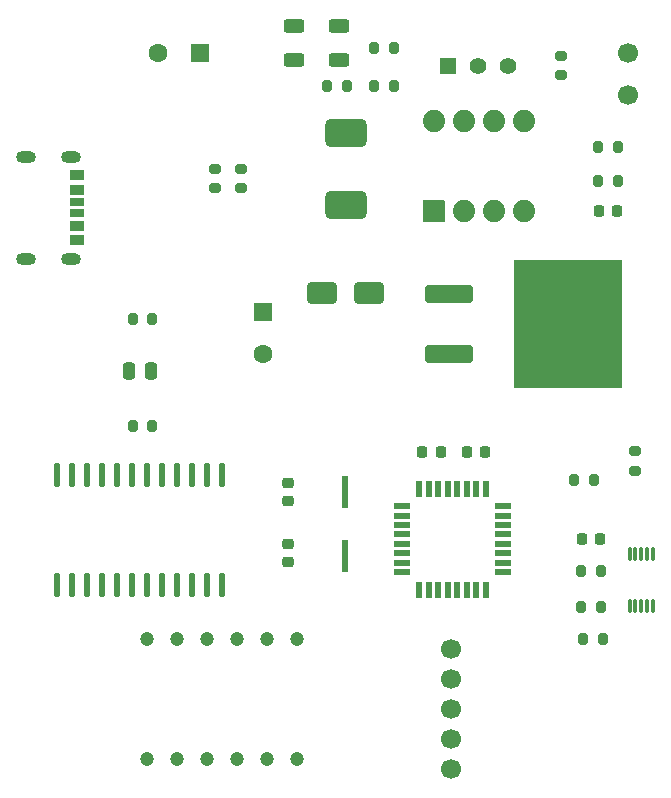
<source format=gbr>
G04 #@! TF.GenerationSoftware,KiCad,Pcbnew,9.0.4*
G04 #@! TF.CreationDate,2025-09-25T11:49:33+08:00*
G04 #@! TF.ProjectId,boost-convertor,626f6f73-742d-4636-9f6e-766572746f72,rev?*
G04 #@! TF.SameCoordinates,Original*
G04 #@! TF.FileFunction,Soldermask,Top*
G04 #@! TF.FilePolarity,Negative*
%FSLAX46Y46*%
G04 Gerber Fmt 4.6, Leading zero omitted, Abs format (unit mm)*
G04 Created by KiCad (PCBNEW 9.0.4) date 2025-09-25 11:49:33*
%MOMM*%
%LPD*%
G01*
G04 APERTURE LIST*
G04 Aperture macros list*
%AMRoundRect*
0 Rectangle with rounded corners*
0 $1 Rounding radius*
0 $2 $3 $4 $5 $6 $7 $8 $9 X,Y pos of 4 corners*
0 Add a 4 corners polygon primitive as box body*
4,1,4,$2,$3,$4,$5,$6,$7,$8,$9,$2,$3,0*
0 Add four circle primitives for the rounded corners*
1,1,$1+$1,$2,$3*
1,1,$1+$1,$4,$5*
1,1,$1+$1,$6,$7*
1,1,$1+$1,$8,$9*
0 Add four rect primitives between the rounded corners*
20,1,$1+$1,$2,$3,$4,$5,0*
20,1,$1+$1,$4,$5,$6,$7,0*
20,1,$1+$1,$6,$7,$8,$9,0*
20,1,$1+$1,$8,$9,$2,$3,0*%
G04 Aperture macros list end*
%ADD10RoundRect,0.250000X-0.625000X0.312500X-0.625000X-0.312500X0.625000X-0.312500X0.625000X0.312500X0*%
%ADD11R,0.507200X1.416799*%
%ADD12R,1.416799X0.507200*%
%ADD13C,1.700000*%
%ADD14RoundRect,0.200000X0.200000X0.275000X-0.200000X0.275000X-0.200000X-0.275000X0.200000X-0.275000X0*%
%ADD15RoundRect,0.225000X-0.250000X0.225000X-0.250000X-0.225000X0.250000X-0.225000X0.250000X0.225000X0*%
%ADD16RoundRect,0.102000X0.838200X-0.838200X0.838200X0.838200X-0.838200X0.838200X-0.838200X-0.838200X0*%
%ADD17C,1.880400*%
%ADD18RoundRect,0.225000X-0.225000X-0.250000X0.225000X-0.250000X0.225000X0.250000X-0.225000X0.250000X0*%
%ADD19RoundRect,0.102000X-1.890000X0.628500X-1.890000X-0.628500X1.890000X-0.628500X1.890000X0.628500X0*%
%ADD20RoundRect,0.102000X-4.508500X5.334000X-4.508500X-5.334000X4.508500X-5.334000X4.508500X5.334000X0*%
%ADD21RoundRect,0.200000X-0.275000X0.200000X-0.275000X-0.200000X0.275000X-0.200000X0.275000X0.200000X0*%
%ADD22RoundRect,0.200000X-0.200000X-0.275000X0.200000X-0.275000X0.200000X0.275000X-0.200000X0.275000X0*%
%ADD23RoundRect,0.250000X0.250000X0.475000X-0.250000X0.475000X-0.250000X-0.475000X0.250000X-0.475000X0*%
%ADD24RoundRect,0.225000X0.225000X0.250000X-0.225000X0.250000X-0.225000X-0.250000X0.225000X-0.250000X0*%
%ADD25C,1.200000*%
%ADD26O,0.299999X1.350000*%
%ADD27R,1.600000X1.600000*%
%ADD28C,1.600000*%
%ADD29RoundRect,0.137500X0.137500X-0.862500X0.137500X0.862500X-0.137500X0.862500X-0.137500X-0.862500X0*%
%ADD30O,1.700000X1.000000*%
%ADD31R,1.200000X0.720000*%
%ADD32R,1.200000X0.820000*%
%ADD33R,1.200000X0.920000*%
%ADD34RoundRect,0.419642X-1.330358X0.755358X-1.330358X-0.755358X1.330358X-0.755358X1.330358X0.755358X0*%
%ADD35R,0.500000X2.800000*%
%ADD36RoundRect,0.250000X-1.000000X-0.650000X1.000000X-0.650000X1.000000X0.650000X-1.000000X0.650000X0*%
%ADD37RoundRect,0.102000X-0.609000X-0.609000X0.609000X-0.609000X0.609000X0.609000X-0.609000X0.609000X0*%
%ADD38C,1.422000*%
G04 APERTURE END LIST*
D10*
X107575000Y-50137500D03*
X107575000Y-53062500D03*
D11*
X123835598Y-89335599D03*
X123035600Y-89335599D03*
X122235599Y-89335599D03*
X121435598Y-89335599D03*
X120635600Y-89335599D03*
X119835599Y-89335599D03*
X119035600Y-89335599D03*
X118235600Y-89335599D03*
D12*
X116771198Y-90800001D03*
X116771198Y-91599999D03*
X116771198Y-92400000D03*
X116771198Y-93200001D03*
X116771198Y-93999999D03*
X116771198Y-94800000D03*
X116771198Y-95599999D03*
X116771198Y-96399999D03*
D11*
X118235600Y-97864401D03*
X119035598Y-97864401D03*
X119835599Y-97864401D03*
X120635600Y-97864401D03*
X121435598Y-97864401D03*
X122235599Y-97864401D03*
X123035598Y-97864401D03*
X123835598Y-97864401D03*
D12*
X125300000Y-96399999D03*
X125300000Y-95600001D03*
X125300000Y-94800000D03*
X125300000Y-93999999D03*
X125300000Y-93200001D03*
X125300000Y-92400000D03*
X125300000Y-91600001D03*
X125300000Y-90800001D03*
D13*
X135920000Y-52460000D03*
X135920000Y-55960000D03*
D14*
X135025000Y-63250000D03*
X133375000Y-63250000D03*
D15*
X107100000Y-94000000D03*
X107100000Y-95550000D03*
D16*
X119440000Y-65810000D03*
D17*
X121980000Y-65810000D03*
X124520000Y-65810000D03*
X127060000Y-65810000D03*
X127060000Y-58190000D03*
X124520000Y-58190000D03*
X121980000Y-58190000D03*
X119440000Y-58190000D03*
D18*
X118475000Y-86200000D03*
X120025000Y-86200000D03*
D15*
X107100000Y-88825000D03*
X107100000Y-90375000D03*
D10*
X111450000Y-50112500D03*
X111450000Y-53037500D03*
D19*
X120718000Y-72860000D03*
D20*
X130800000Y-75400000D03*
D19*
X120718000Y-77940000D03*
D21*
X103100000Y-62250000D03*
X103100000Y-63900000D03*
D22*
X114425000Y-55250000D03*
X116075000Y-55250000D03*
D23*
X95530000Y-79325000D03*
X93630000Y-79325000D03*
D22*
X114425000Y-52000000D03*
X116075000Y-52000000D03*
D14*
X133600000Y-99325000D03*
X131950000Y-99325000D03*
D24*
X123775000Y-86200000D03*
X122225000Y-86200000D03*
D22*
X133375000Y-60400000D03*
X135025000Y-60400000D03*
D14*
X133600000Y-96325000D03*
X131950000Y-96325000D03*
X133000000Y-88550000D03*
X131350000Y-88550000D03*
D25*
X97740000Y-102040000D03*
X107900000Y-102040000D03*
X102820000Y-112200000D03*
X97740000Y-112200000D03*
X95200000Y-112200000D03*
X100280000Y-102040000D03*
X105360000Y-112200000D03*
X100280000Y-112200000D03*
X95200000Y-102040000D03*
X102820000Y-102040000D03*
X105360000Y-102040000D03*
X107900000Y-112200000D03*
D26*
X138025001Y-94850001D03*
X137525002Y-94850001D03*
X137025000Y-94850001D03*
X136525001Y-94850001D03*
X136024999Y-94850001D03*
X136024999Y-99300002D03*
X136525001Y-99300002D03*
X137025000Y-99300002D03*
X137525002Y-99300002D03*
X138025001Y-99300002D03*
D27*
X99640151Y-52400000D03*
D28*
X96140151Y-52400000D03*
D22*
X93975000Y-84025000D03*
X95625000Y-84025000D03*
D29*
X87570596Y-97446899D03*
X88840596Y-97446899D03*
X90110596Y-97446899D03*
X91380596Y-97446899D03*
X92650596Y-97446899D03*
X93920596Y-97446899D03*
X95190596Y-97446899D03*
X96460596Y-97446899D03*
X97730596Y-97446899D03*
X99000596Y-97446899D03*
X100270596Y-97446899D03*
X101540596Y-97446899D03*
X101540596Y-88146899D03*
X100270596Y-88146899D03*
X99000596Y-88146899D03*
X97730596Y-88146899D03*
X96460596Y-88146899D03*
X95190596Y-88146899D03*
X93920596Y-88146899D03*
X92650596Y-88146899D03*
X91380596Y-88146899D03*
X90110596Y-88146899D03*
X88840596Y-88146899D03*
X87570596Y-88146899D03*
D21*
X130250000Y-52675000D03*
X130250000Y-54325000D03*
D30*
X84927700Y-61204968D03*
X88727700Y-61204998D03*
X88727700Y-69845002D03*
X84927700Y-69845032D03*
D31*
X89208000Y-65025001D03*
D32*
X89208000Y-67045000D03*
D33*
X89208000Y-68275000D03*
D31*
X89208000Y-66024999D03*
D32*
X89208000Y-64005000D03*
D33*
X89208000Y-62775000D03*
D34*
X112000000Y-59225000D03*
X112000000Y-65275000D03*
D18*
X133450000Y-65800000D03*
X135000000Y-65800000D03*
D21*
X100925000Y-62250000D03*
X100925000Y-63900000D03*
X136475000Y-86175000D03*
X136475000Y-87825000D03*
D13*
X120950000Y-102895000D03*
X120950000Y-105435000D03*
X120950000Y-107975000D03*
X120950000Y-110515000D03*
X120950000Y-113055000D03*
D35*
X111900000Y-89600000D03*
X111900000Y-95000000D03*
D22*
X110425000Y-55250000D03*
X112075000Y-55250000D03*
X93975000Y-74950000D03*
X95625000Y-74950000D03*
D36*
X110000000Y-72800000D03*
X114000000Y-72800000D03*
D14*
X133750000Y-102025000D03*
X132100000Y-102025000D03*
D18*
X132000000Y-93575000D03*
X133550000Y-93575000D03*
D27*
X105025000Y-74397349D03*
D28*
X105025000Y-77897349D03*
D37*
X120670000Y-53500000D03*
D38*
X123210000Y-53500000D03*
X125750000Y-53500000D03*
M02*

</source>
